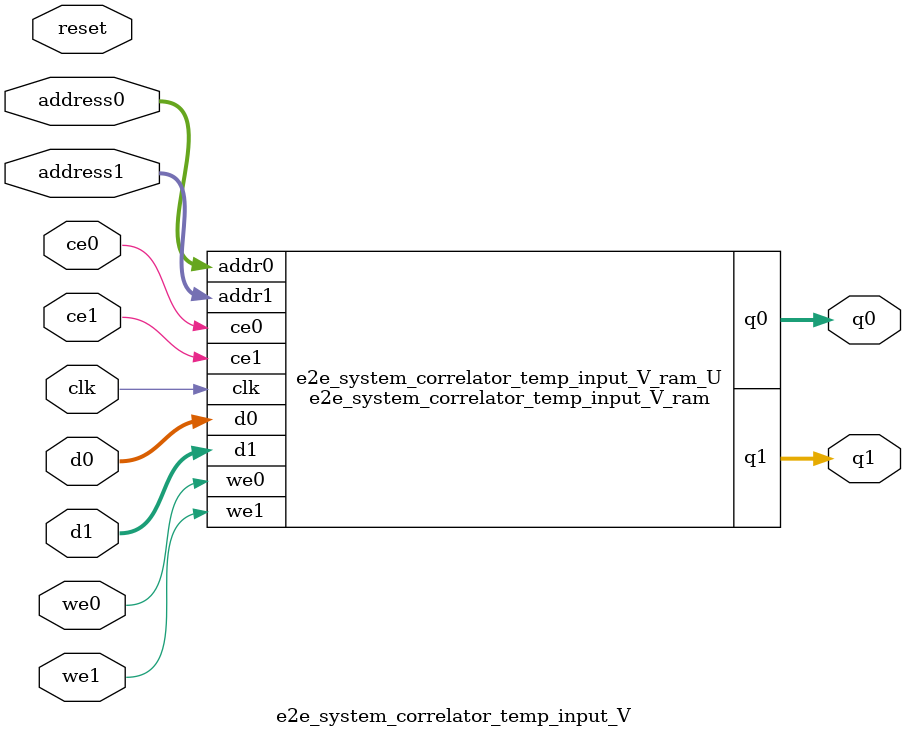
<source format=v>
`timescale 1 ns / 1 ps
module e2e_system_correlator_temp_input_V_ram (addr0, ce0, d0, we0, q0, addr1, ce1, d1, we1, q1,  clk);

parameter DWIDTH = 36;
parameter AWIDTH = 5;
parameter MEM_SIZE = 31;

input[AWIDTH-1:0] addr0;
input ce0;
input[DWIDTH-1:0] d0;
input we0;
output reg[DWIDTH-1:0] q0;
input[AWIDTH-1:0] addr1;
input ce1;
input[DWIDTH-1:0] d1;
input we1;
output reg[DWIDTH-1:0] q1;
input clk;

(* ram_style = "block" *)reg [DWIDTH-1:0] ram[0:MEM_SIZE-1];




always @(posedge clk)  
begin 
    if (ce0) begin
        if (we0) 
            ram[addr0] <= d0; 
        q0 <= ram[addr0];
    end
end


always @(posedge clk)  
begin 
    if (ce1) begin
        if (we1) 
            ram[addr1] <= d1; 
        q1 <= ram[addr1];
    end
end


endmodule

`timescale 1 ns / 1 ps
module e2e_system_correlator_temp_input_V(
    reset,
    clk,
    address0,
    ce0,
    we0,
    d0,
    q0,
    address1,
    ce1,
    we1,
    d1,
    q1);

parameter DataWidth = 32'd36;
parameter AddressRange = 32'd31;
parameter AddressWidth = 32'd5;
input reset;
input clk;
input[AddressWidth - 1:0] address0;
input ce0;
input we0;
input[DataWidth - 1:0] d0;
output[DataWidth - 1:0] q0;
input[AddressWidth - 1:0] address1;
input ce1;
input we1;
input[DataWidth - 1:0] d1;
output[DataWidth - 1:0] q1;



e2e_system_correlator_temp_input_V_ram e2e_system_correlator_temp_input_V_ram_U(
    .clk( clk ),
    .addr0( address0 ),
    .ce0( ce0 ),
    .we0( we0 ),
    .d0( d0 ),
    .q0( q0 ),
    .addr1( address1 ),
    .ce1( ce1 ),
    .we1( we1 ),
    .d1( d1 ),
    .q1( q1 ));

endmodule


</source>
